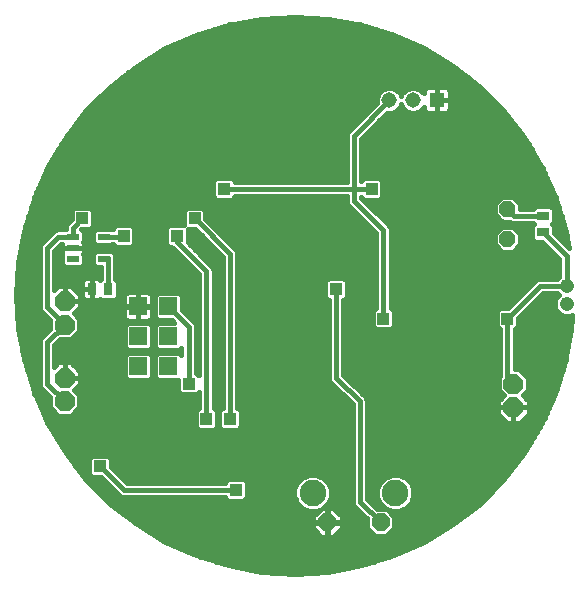
<source format=gbl>
G75*
%MOIN*%
%OFA0B0*%
%FSLAX25Y25*%
%IPPOS*%
%LPD*%
%AMOC8*
5,1,8,0,0,1.08239X$1,22.5*
%
%ADD10R,0.03937X0.02165*%
%ADD11OC8,0.06600*%
%ADD12C,0.04756*%
%ADD13R,0.03150X0.03937*%
%ADD14OC8,0.06000*%
%ADD15C,0.08850*%
%ADD16OC8,0.05200*%
%ADD17R,0.03937X0.03150*%
%ADD18R,0.05906X0.05906*%
%ADD19R,0.05150X0.05150*%
%ADD20C,0.05150*%
%ADD21C,0.01600*%
%ADD22R,0.03962X0.03962*%
%ADD23C,0.01575*%
D10*
X0059947Y0112233D03*
X0059947Y0115973D03*
X0059947Y0119713D03*
X0070183Y0119713D03*
X0070183Y0112233D03*
D11*
X0057191Y0098257D03*
X0057191Y0090383D03*
X0057191Y0072666D03*
X0057191Y0064792D03*
X0206797Y0062824D03*
X0206797Y0070698D03*
D12*
X0224514Y0097272D03*
X0224514Y0103178D03*
D13*
X0071758Y0102194D03*
X0066246Y0102194D03*
D14*
X0144748Y0024459D03*
X0162548Y0024459D03*
D15*
X0167448Y0034259D03*
X0139848Y0034259D03*
D16*
X0204829Y0118847D03*
X0204829Y0128847D03*
D17*
X0216640Y0126603D03*
X0216640Y0121091D03*
D18*
X0091719Y0096446D03*
X0091719Y0086446D03*
X0091719Y0076446D03*
X0081719Y0076446D03*
X0081719Y0086446D03*
X0081719Y0096446D03*
D19*
X0181207Y0165186D03*
D20*
X0173333Y0165186D03*
X0165459Y0165186D03*
D21*
X0066197Y0046558D02*
X0058302Y0046558D01*
X0057569Y0047494D02*
X0051770Y0057087D01*
X0047170Y0067309D01*
X0043835Y0078011D01*
X0041814Y0089036D01*
X0041137Y0100225D01*
X0041814Y0111414D01*
X0043835Y0122440D01*
X0047170Y0133141D01*
X0051770Y0143363D01*
X0057569Y0152956D01*
X0064482Y0161780D01*
X0072408Y0169706D01*
X0081232Y0176619D01*
X0090825Y0182418D01*
X0101046Y0187018D01*
X0111748Y0190353D01*
X0122774Y0192374D01*
X0133963Y0193050D01*
X0145151Y0192374D01*
X0156177Y0190353D01*
X0166879Y0187018D01*
X0177101Y0182418D01*
X0186693Y0176619D01*
X0195517Y0169706D01*
X0203443Y0161780D01*
X0210356Y0152956D01*
X0216155Y0143363D01*
X0220756Y0133141D01*
X0224091Y0122440D01*
X0225303Y0115822D01*
X0220208Y0120917D01*
X0220208Y0123329D01*
X0219690Y0123847D01*
X0220208Y0124366D01*
X0220208Y0128841D01*
X0219271Y0129778D01*
X0214009Y0129778D01*
X0213234Y0129003D01*
X0209029Y0129003D01*
X0209029Y0130587D01*
X0206568Y0133047D01*
X0203089Y0133047D01*
X0200629Y0130587D01*
X0200629Y0127108D01*
X0203089Y0124647D01*
X0205635Y0124647D01*
X0205713Y0124569D01*
X0206595Y0124203D01*
X0213234Y0124203D01*
X0213590Y0123847D01*
X0213071Y0123329D01*
X0213071Y0118854D01*
X0214009Y0117917D01*
X0216421Y0117917D01*
X0222114Y0112223D01*
X0222114Y0106404D01*
X0221288Y0105578D01*
X0215178Y0105578D01*
X0214296Y0105213D01*
X0213621Y0104537D01*
X0205016Y0095932D01*
X0202185Y0095932D01*
X0201248Y0094995D01*
X0201248Y0089707D01*
X0202185Y0088770D01*
X0202429Y0088770D01*
X0202429Y0073259D01*
X0201897Y0072727D01*
X0201897Y0068668D01*
X0203663Y0066902D01*
X0201697Y0064936D01*
X0201697Y0062824D01*
X0206797Y0062824D01*
X0206797Y0062824D01*
X0201697Y0062824D01*
X0201697Y0060711D01*
X0204685Y0057724D01*
X0206797Y0057724D01*
X0206797Y0062823D01*
X0206797Y0062823D01*
X0206797Y0057724D01*
X0208910Y0057724D01*
X0211897Y0060711D01*
X0211897Y0062824D01*
X0211897Y0064936D01*
X0209931Y0066902D01*
X0211697Y0068668D01*
X0211697Y0072727D01*
X0208827Y0075598D01*
X0207229Y0075598D01*
X0207229Y0088770D01*
X0207473Y0088770D01*
X0208410Y0089707D01*
X0208410Y0092538D01*
X0216650Y0100778D01*
X0221288Y0100778D01*
X0221841Y0100225D01*
X0221141Y0099526D01*
X0220536Y0098064D01*
X0220536Y0096481D01*
X0221141Y0095019D01*
X0222261Y0093900D01*
X0223723Y0093294D01*
X0225305Y0093294D01*
X0226396Y0093746D01*
X0226111Y0089036D01*
X0224091Y0078011D01*
X0220756Y0067309D01*
X0216155Y0057087D01*
X0210356Y0047494D01*
X0203443Y0038671D01*
X0195517Y0030745D01*
X0186693Y0023832D01*
X0177101Y0018033D01*
X0166879Y0013432D01*
X0156177Y0010097D01*
X0145152Y0008077D01*
X0133963Y0007400D01*
X0122774Y0008077D01*
X0111748Y0010097D01*
X0101046Y0013432D01*
X0090825Y0018033D01*
X0081232Y0023832D01*
X0072408Y0030745D01*
X0064482Y0038671D01*
X0057569Y0047494D01*
X0057169Y0048157D02*
X0153216Y0048157D01*
X0153216Y0049755D02*
X0056202Y0049755D01*
X0055236Y0051354D02*
X0153216Y0051354D01*
X0153216Y0052952D02*
X0054270Y0052952D01*
X0053303Y0054551D02*
X0153216Y0054551D01*
X0153216Y0056149D02*
X0115797Y0056149D01*
X0115890Y0056243D02*
X0115890Y0061530D01*
X0114953Y0062468D01*
X0114709Y0062468D01*
X0114709Y0114482D01*
X0114344Y0115364D01*
X0104079Y0125629D01*
X0104079Y0128460D01*
X0103142Y0129397D01*
X0097854Y0129397D01*
X0096917Y0128460D01*
X0096917Y0123491D01*
X0091949Y0123491D01*
X0091011Y0122554D01*
X0091011Y0117266D01*
X0091949Y0116329D01*
X0092811Y0116329D01*
X0093233Y0115907D01*
X0102035Y0107105D01*
X0102035Y0073417D01*
X0101173Y0074279D01*
X0100930Y0074279D01*
X0100930Y0090112D01*
X0100564Y0090994D01*
X0096271Y0095287D01*
X0096271Y0100061D01*
X0095334Y0100998D01*
X0088103Y0100998D01*
X0087166Y0100061D01*
X0087166Y0092830D01*
X0088103Y0091893D01*
X0092877Y0091893D01*
X0093772Y0090998D01*
X0088103Y0090998D01*
X0087166Y0090061D01*
X0087166Y0082830D01*
X0088103Y0081893D01*
X0095334Y0081893D01*
X0096130Y0082688D01*
X0096130Y0080203D01*
X0095334Y0080998D01*
X0088103Y0080998D01*
X0087166Y0080061D01*
X0087166Y0072830D01*
X0088103Y0071893D01*
X0094948Y0071893D01*
X0094948Y0068054D01*
X0095886Y0067117D01*
X0101173Y0067117D01*
X0102035Y0067978D01*
X0102035Y0062468D01*
X0101791Y0062468D01*
X0100854Y0061530D01*
X0100854Y0056243D01*
X0101791Y0055306D01*
X0107079Y0055306D01*
X0108016Y0056243D01*
X0108016Y0061530D01*
X0107079Y0062468D01*
X0106835Y0062468D01*
X0106835Y0108577D01*
X0106470Y0109459D01*
X0098174Y0117755D01*
X0098174Y0122235D01*
X0100685Y0122235D01*
X0109909Y0113011D01*
X0109909Y0062468D01*
X0109665Y0062468D01*
X0108728Y0061530D01*
X0108728Y0056243D01*
X0109665Y0055306D01*
X0114953Y0055306D01*
X0115890Y0056243D01*
X0115890Y0057748D02*
X0153216Y0057748D01*
X0153216Y0059346D02*
X0115890Y0059346D01*
X0115890Y0060945D02*
X0153216Y0060945D01*
X0153216Y0062543D02*
X0114709Y0062543D01*
X0114709Y0064142D02*
X0152872Y0064142D01*
X0153216Y0063798D02*
X0153216Y0030913D01*
X0153582Y0030031D01*
X0154257Y0029356D01*
X0157948Y0025665D01*
X0157948Y0022554D01*
X0160642Y0019859D01*
X0164453Y0019859D01*
X0167148Y0022554D01*
X0167148Y0026364D01*
X0164591Y0028921D01*
X0166249Y0028234D01*
X0168646Y0028234D01*
X0170861Y0029151D01*
X0172555Y0030846D01*
X0173473Y0033061D01*
X0173473Y0035458D01*
X0172555Y0037672D01*
X0170861Y0039367D01*
X0168646Y0040284D01*
X0166249Y0040284D01*
X0164035Y0039367D01*
X0162340Y0037672D01*
X0161423Y0035458D01*
X0161423Y0033061D01*
X0162340Y0030846D01*
X0164035Y0029151D01*
X0164258Y0029059D01*
X0161342Y0029059D01*
X0158016Y0032385D01*
X0158016Y0065270D01*
X0157651Y0066152D01*
X0150142Y0073660D01*
X0150142Y0098613D01*
X0150386Y0098613D01*
X0151323Y0099550D01*
X0151323Y0104838D01*
X0150386Y0105775D01*
X0145098Y0105775D01*
X0144161Y0104838D01*
X0144161Y0099550D01*
X0145098Y0098613D01*
X0145342Y0098613D01*
X0145342Y0072189D01*
X0145708Y0071307D01*
X0146383Y0070632D01*
X0153216Y0063798D01*
X0155616Y0064792D02*
X0147742Y0072666D01*
X0147742Y0102194D01*
X0151323Y0102506D02*
X0161090Y0102506D01*
X0161090Y0100908D02*
X0151323Y0100908D01*
X0151083Y0099309D02*
X0161090Y0099309D01*
X0161090Y0097711D02*
X0150142Y0097711D01*
X0150142Y0096112D02*
X0161090Y0096112D01*
X0161090Y0095932D02*
X0160846Y0095932D01*
X0159909Y0094995D01*
X0159909Y0089707D01*
X0160846Y0088770D01*
X0166134Y0088770D01*
X0167071Y0089707D01*
X0167071Y0094995D01*
X0166134Y0095932D01*
X0165890Y0095932D01*
X0165890Y0122356D01*
X0165525Y0123238D01*
X0156048Y0132715D01*
X0156048Y0132939D01*
X0156909Y0132077D01*
X0162197Y0132077D01*
X0163134Y0133014D01*
X0163134Y0138302D01*
X0162197Y0139239D01*
X0156909Y0139239D01*
X0156048Y0138378D01*
X0156048Y0152381D01*
X0164678Y0161011D01*
X0166289Y0161011D01*
X0167824Y0161647D01*
X0168998Y0162821D01*
X0169396Y0163781D01*
X0169794Y0162821D01*
X0170968Y0161647D01*
X0172502Y0161011D01*
X0174163Y0161011D01*
X0175698Y0161647D01*
X0176832Y0162781D01*
X0176832Y0162374D01*
X0176955Y0161916D01*
X0177192Y0161506D01*
X0177527Y0161171D01*
X0177937Y0160934D01*
X0178395Y0160811D01*
X0181207Y0160811D01*
X0184019Y0160811D01*
X0184476Y0160934D01*
X0184887Y0161171D01*
X0185222Y0161506D01*
X0185459Y0161916D01*
X0185582Y0162374D01*
X0185582Y0165186D01*
X0185582Y0167998D01*
X0185459Y0168455D01*
X0185222Y0168866D01*
X0184887Y0169201D01*
X0184476Y0169438D01*
X0184019Y0169561D01*
X0181207Y0169561D01*
X0181207Y0165186D01*
X0185582Y0165186D01*
X0181207Y0165186D01*
X0181207Y0165186D01*
X0181207Y0165186D01*
X0181207Y0169561D01*
X0178395Y0169561D01*
X0177937Y0169438D01*
X0177527Y0169201D01*
X0177192Y0168866D01*
X0176955Y0168455D01*
X0176832Y0167998D01*
X0176832Y0167591D01*
X0175698Y0168725D01*
X0174163Y0169361D01*
X0172502Y0169361D01*
X0170968Y0168725D01*
X0169794Y0167551D01*
X0169396Y0166590D01*
X0168998Y0167551D01*
X0167824Y0168725D01*
X0166289Y0169361D01*
X0164628Y0169361D01*
X0163094Y0168725D01*
X0161919Y0167551D01*
X0161284Y0166016D01*
X0161284Y0164405D01*
X0151613Y0154734D01*
X0151248Y0153852D01*
X0151248Y0138046D01*
X0113922Y0138046D01*
X0113922Y0138302D01*
X0112984Y0139239D01*
X0107697Y0139239D01*
X0106760Y0138302D01*
X0106760Y0133014D01*
X0107697Y0132077D01*
X0112984Y0132077D01*
X0113922Y0133014D01*
X0113922Y0133271D01*
X0151248Y0133271D01*
X0151248Y0131244D01*
X0151613Y0130362D01*
X0152288Y0129687D01*
X0161090Y0120885D01*
X0161090Y0095932D01*
X0159909Y0094514D02*
X0150142Y0094514D01*
X0150142Y0092915D02*
X0159909Y0092915D01*
X0159909Y0091317D02*
X0150142Y0091317D01*
X0150142Y0089718D02*
X0159909Y0089718D01*
X0163490Y0092351D02*
X0163490Y0121879D01*
X0153648Y0131721D01*
X0153648Y0153375D01*
X0165459Y0165186D01*
X0168503Y0168045D02*
X0170288Y0168045D01*
X0169616Y0163250D02*
X0169175Y0163250D01*
X0167828Y0161651D02*
X0170963Y0161651D01*
X0175702Y0161651D02*
X0177108Y0161651D01*
X0181207Y0161651D02*
X0181207Y0161651D01*
X0181207Y0160811D02*
X0181207Y0165186D01*
X0181207Y0165186D01*
X0181207Y0160811D01*
X0181207Y0163250D02*
X0181207Y0163250D01*
X0181207Y0164848D02*
X0181207Y0164848D01*
X0181207Y0166447D02*
X0181207Y0166447D01*
X0181207Y0168045D02*
X0181207Y0168045D01*
X0185569Y0168045D02*
X0197178Y0168045D01*
X0198776Y0166447D02*
X0185582Y0166447D01*
X0185582Y0164848D02*
X0200375Y0164848D01*
X0201973Y0163250D02*
X0185582Y0163250D01*
X0185306Y0161651D02*
X0203544Y0161651D01*
X0204796Y0160053D02*
X0163720Y0160053D01*
X0162121Y0158454D02*
X0206049Y0158454D01*
X0207301Y0156856D02*
X0160523Y0156856D01*
X0158924Y0155257D02*
X0208553Y0155257D01*
X0209806Y0153659D02*
X0157326Y0153659D01*
X0156048Y0152060D02*
X0210898Y0152060D01*
X0211864Y0150462D02*
X0156048Y0150462D01*
X0156048Y0148863D02*
X0212831Y0148863D01*
X0213797Y0147265D02*
X0156048Y0147265D01*
X0156048Y0145666D02*
X0214763Y0145666D01*
X0215730Y0144068D02*
X0156048Y0144068D01*
X0156048Y0142469D02*
X0216558Y0142469D01*
X0217277Y0140870D02*
X0156048Y0140870D01*
X0156048Y0139272D02*
X0217997Y0139272D01*
X0218716Y0137673D02*
X0163134Y0137673D01*
X0163134Y0136075D02*
X0219435Y0136075D01*
X0220155Y0134476D02*
X0163134Y0134476D01*
X0162998Y0132878D02*
X0202920Y0132878D01*
X0201321Y0131279D02*
X0157484Y0131279D01*
X0156109Y0132878D02*
X0156048Y0132878D01*
X0159082Y0129681D02*
X0200629Y0129681D01*
X0200629Y0128082D02*
X0160681Y0128082D01*
X0162279Y0126484D02*
X0201252Y0126484D01*
X0202851Y0124885D02*
X0163878Y0124885D01*
X0165476Y0123287D02*
X0213071Y0123287D01*
X0213071Y0121688D02*
X0207927Y0121688D01*
X0209029Y0120587D02*
X0206568Y0123047D01*
X0203089Y0123047D01*
X0200629Y0120587D01*
X0200629Y0117108D01*
X0203089Y0114647D01*
X0206568Y0114647D01*
X0209029Y0117108D01*
X0209029Y0120587D01*
X0209029Y0120090D02*
X0213071Y0120090D01*
X0213434Y0118491D02*
X0209029Y0118491D01*
X0208814Y0116893D02*
X0217444Y0116893D01*
X0219043Y0115294D02*
X0207216Y0115294D01*
X0202442Y0115294D02*
X0165890Y0115294D01*
X0165890Y0113696D02*
X0220641Y0113696D01*
X0222114Y0112097D02*
X0165890Y0112097D01*
X0165890Y0110499D02*
X0222114Y0110499D01*
X0222114Y0108900D02*
X0165890Y0108900D01*
X0165890Y0107302D02*
X0222114Y0107302D01*
X0221413Y0105703D02*
X0165890Y0105703D01*
X0165890Y0104105D02*
X0213188Y0104105D01*
X0211590Y0102506D02*
X0165890Y0102506D01*
X0165890Y0100908D02*
X0209991Y0100908D01*
X0208393Y0099309D02*
X0165890Y0099309D01*
X0165890Y0097711D02*
X0206794Y0097711D01*
X0205196Y0096112D02*
X0165890Y0096112D01*
X0167071Y0094514D02*
X0201248Y0094514D01*
X0201248Y0092915D02*
X0167071Y0092915D01*
X0167071Y0091317D02*
X0201248Y0091317D01*
X0201248Y0089718D02*
X0167071Y0089718D01*
X0161090Y0104105D02*
X0151323Y0104105D01*
X0150458Y0105703D02*
X0161090Y0105703D01*
X0161090Y0107302D02*
X0114709Y0107302D01*
X0114709Y0108900D02*
X0161090Y0108900D01*
X0161090Y0110499D02*
X0114709Y0110499D01*
X0114709Y0112097D02*
X0161090Y0112097D01*
X0161090Y0113696D02*
X0114709Y0113696D01*
X0114373Y0115294D02*
X0161090Y0115294D01*
X0161090Y0116893D02*
X0112815Y0116893D01*
X0111217Y0118491D02*
X0161090Y0118491D01*
X0161090Y0120090D02*
X0109618Y0120090D01*
X0108020Y0121688D02*
X0160286Y0121688D01*
X0158688Y0123287D02*
X0106421Y0123287D01*
X0104823Y0124885D02*
X0157089Y0124885D01*
X0155491Y0126484D02*
X0104079Y0126484D01*
X0104079Y0128082D02*
X0153892Y0128082D01*
X0152294Y0129681D02*
X0046091Y0129681D01*
X0046589Y0131279D02*
X0151248Y0131279D01*
X0151248Y0132878D02*
X0113785Y0132878D01*
X0106896Y0132878D02*
X0047087Y0132878D01*
X0047770Y0134476D02*
X0106760Y0134476D01*
X0106760Y0136075D02*
X0048490Y0136075D01*
X0049209Y0137673D02*
X0106760Y0137673D01*
X0096917Y0128082D02*
X0066678Y0128082D01*
X0066678Y0128460D02*
X0065740Y0129397D01*
X0060453Y0129397D01*
X0059515Y0128460D01*
X0059515Y0125611D01*
X0057560Y0123655D01*
X0057560Y0122396D01*
X0057316Y0122396D01*
X0057033Y0122113D01*
X0054548Y0122113D01*
X0053666Y0121748D01*
X0052991Y0121073D01*
X0049251Y0117333D01*
X0048885Y0116451D01*
X0048885Y0095811D01*
X0049251Y0094929D01*
X0049926Y0094254D01*
X0052291Y0091889D01*
X0052291Y0088877D01*
X0049251Y0085837D01*
X0048885Y0084955D01*
X0048885Y0070220D01*
X0049251Y0069338D01*
X0049926Y0068663D01*
X0052291Y0066298D01*
X0052291Y0062762D01*
X0055161Y0059892D01*
X0059221Y0059892D01*
X0062091Y0062762D01*
X0062091Y0066822D01*
X0060325Y0068588D01*
X0062291Y0070554D01*
X0062291Y0072666D01*
X0057191Y0072666D01*
X0057191Y0072666D01*
X0062291Y0072666D01*
X0062291Y0074779D01*
X0059303Y0077766D01*
X0057191Y0077766D01*
X0055079Y0077766D01*
X0053685Y0076373D01*
X0053685Y0083483D01*
X0055685Y0085483D01*
X0059221Y0085483D01*
X0062091Y0088353D01*
X0062091Y0092412D01*
X0060325Y0094178D01*
X0062291Y0096144D01*
X0062291Y0098257D01*
X0062291Y0100369D01*
X0059303Y0103357D01*
X0057191Y0103357D01*
X0055079Y0103357D01*
X0053685Y0101964D01*
X0053685Y0114979D01*
X0056020Y0117313D01*
X0056184Y0117313D01*
X0056178Y0117293D01*
X0056178Y0115973D01*
X0056178Y0114654D01*
X0056301Y0114196D01*
X0056409Y0114009D01*
X0056378Y0113978D01*
X0056378Y0110488D01*
X0057316Y0109550D01*
X0062578Y0109550D01*
X0063515Y0110488D01*
X0063515Y0113978D01*
X0063485Y0114009D01*
X0063593Y0114196D01*
X0063715Y0114654D01*
X0063715Y0115973D01*
X0059947Y0115973D01*
X0059947Y0115973D01*
X0056178Y0115973D01*
X0059947Y0115973D01*
X0059947Y0115973D01*
X0063715Y0115973D01*
X0063715Y0117293D01*
X0063593Y0117751D01*
X0063485Y0117937D01*
X0063515Y0117968D01*
X0063515Y0121459D01*
X0062816Y0122159D01*
X0062892Y0122235D01*
X0065740Y0122235D01*
X0066678Y0123172D01*
X0066678Y0128460D01*
X0066678Y0126484D02*
X0096917Y0126484D01*
X0096917Y0124885D02*
X0066678Y0124885D01*
X0066678Y0123287D02*
X0074028Y0123287D01*
X0074232Y0123491D02*
X0073295Y0122554D01*
X0073295Y0122112D01*
X0073108Y0122103D01*
X0072814Y0122396D01*
X0067552Y0122396D01*
X0066615Y0121459D01*
X0066615Y0117968D01*
X0067552Y0117031D01*
X0072814Y0117031D01*
X0073105Y0117321D01*
X0073199Y0117326D01*
X0073295Y0117326D01*
X0073295Y0117266D01*
X0074232Y0116329D01*
X0079520Y0116329D01*
X0080457Y0117266D01*
X0080457Y0122554D01*
X0079520Y0123491D01*
X0074232Y0123491D01*
X0079724Y0123287D02*
X0091744Y0123287D01*
X0091011Y0121688D02*
X0080457Y0121688D01*
X0080457Y0120090D02*
X0091011Y0120090D01*
X0091011Y0118491D02*
X0080457Y0118491D01*
X0080084Y0116893D02*
X0091385Y0116893D01*
X0093846Y0115294D02*
X0063715Y0115294D01*
X0063715Y0116893D02*
X0073669Y0116893D01*
X0072747Y0115014D02*
X0072419Y0115014D01*
X0072138Y0115183D01*
X0071464Y0115014D01*
X0070769Y0115014D01*
X0070671Y0114916D01*
X0067552Y0114916D01*
X0066615Y0113978D01*
X0066615Y0110488D01*
X0067552Y0109550D01*
X0069371Y0109550D01*
X0069371Y0105612D01*
X0069143Y0105385D01*
X0068926Y0105603D01*
X0068516Y0105840D01*
X0068058Y0105962D01*
X0066246Y0105962D01*
X0064434Y0105962D01*
X0063977Y0105840D01*
X0063566Y0105603D01*
X0063231Y0105267D01*
X0062994Y0104857D01*
X0062871Y0104399D01*
X0062871Y0102194D01*
X0066246Y0102194D01*
X0066246Y0105962D01*
X0066246Y0102194D01*
X0066246Y0102194D01*
X0066246Y0102194D01*
X0062871Y0102194D01*
X0062871Y0099988D01*
X0062994Y0099530D01*
X0063231Y0099120D01*
X0063566Y0098785D01*
X0063977Y0098548D01*
X0064434Y0098425D01*
X0066246Y0098425D01*
X0066246Y0102194D01*
X0066246Y0102194D01*
X0066246Y0098425D01*
X0068058Y0098425D01*
X0068516Y0098548D01*
X0068926Y0098785D01*
X0069143Y0099002D01*
X0069520Y0098625D01*
X0073995Y0098625D01*
X0074933Y0099562D01*
X0074933Y0104825D01*
X0074145Y0105612D01*
X0074145Y0111965D01*
X0074314Y0112246D01*
X0074145Y0112921D01*
X0074145Y0113616D01*
X0073914Y0113847D01*
X0073834Y0114165D01*
X0073238Y0114523D01*
X0072747Y0115014D01*
X0074065Y0113696D02*
X0095444Y0113696D01*
X0097043Y0112097D02*
X0074224Y0112097D01*
X0074145Y0110499D02*
X0098641Y0110499D01*
X0100240Y0108900D02*
X0074145Y0108900D01*
X0074145Y0107302D02*
X0101838Y0107302D01*
X0102035Y0105703D02*
X0074145Y0105703D01*
X0074933Y0104105D02*
X0102035Y0104105D01*
X0102035Y0102506D02*
X0074933Y0102506D01*
X0074933Y0100908D02*
X0077780Y0100908D01*
X0077661Y0100839D02*
X0077325Y0100504D01*
X0077088Y0100093D01*
X0076966Y0099635D01*
X0076966Y0096531D01*
X0081633Y0096531D01*
X0081633Y0096360D01*
X0081804Y0096360D01*
X0081804Y0091693D01*
X0084908Y0091693D01*
X0085366Y0091816D01*
X0085777Y0092053D01*
X0086112Y0092388D01*
X0086349Y0092798D01*
X0086471Y0093256D01*
X0086471Y0096360D01*
X0081804Y0096360D01*
X0081804Y0096531D01*
X0086471Y0096531D01*
X0086471Y0099635D01*
X0086349Y0100093D01*
X0086112Y0100504D01*
X0085777Y0100839D01*
X0085366Y0101076D01*
X0084908Y0101198D01*
X0081804Y0101198D01*
X0081804Y0096532D01*
X0081633Y0096532D01*
X0081633Y0101198D01*
X0078529Y0101198D01*
X0078071Y0101076D01*
X0077661Y0100839D01*
X0076966Y0099309D02*
X0074679Y0099309D01*
X0076966Y0097711D02*
X0062291Y0097711D01*
X0062291Y0098257D02*
X0057191Y0098257D01*
X0057191Y0103357D01*
X0057191Y0098257D01*
X0057191Y0098257D01*
X0062291Y0098257D01*
X0062291Y0099309D02*
X0063122Y0099309D01*
X0062871Y0100908D02*
X0061752Y0100908D01*
X0062871Y0102506D02*
X0060154Y0102506D01*
X0057191Y0102506D02*
X0057191Y0102506D01*
X0057191Y0100908D02*
X0057191Y0100908D01*
X0057191Y0099309D02*
X0057191Y0099309D01*
X0057191Y0098257D02*
X0057191Y0098257D01*
X0060660Y0094514D02*
X0076966Y0094514D01*
X0076966Y0093256D02*
X0077088Y0092798D01*
X0077325Y0092388D01*
X0077661Y0092053D01*
X0078071Y0091816D01*
X0078529Y0091693D01*
X0081633Y0091693D01*
X0081633Y0096360D01*
X0076966Y0096360D01*
X0076966Y0093256D01*
X0077057Y0092915D02*
X0061588Y0092915D01*
X0062091Y0091317D02*
X0093453Y0091317D01*
X0097045Y0094514D02*
X0102035Y0094514D01*
X0102035Y0096112D02*
X0096271Y0096112D01*
X0096271Y0097711D02*
X0102035Y0097711D01*
X0102035Y0099309D02*
X0096271Y0099309D01*
X0095425Y0100908D02*
X0102035Y0100908D01*
X0106835Y0100908D02*
X0109909Y0100908D01*
X0109909Y0102506D02*
X0106835Y0102506D01*
X0106835Y0104105D02*
X0109909Y0104105D01*
X0109909Y0105703D02*
X0106835Y0105703D01*
X0106835Y0107302D02*
X0109909Y0107302D01*
X0109909Y0108900D02*
X0106701Y0108900D01*
X0105430Y0110499D02*
X0109909Y0110499D01*
X0109909Y0112097D02*
X0103831Y0112097D01*
X0102233Y0113696D02*
X0109224Y0113696D01*
X0107625Y0115294D02*
X0100634Y0115294D01*
X0099036Y0116893D02*
X0106027Y0116893D01*
X0104428Y0118491D02*
X0098174Y0118491D01*
X0098174Y0120090D02*
X0102830Y0120090D01*
X0101231Y0121688D02*
X0098174Y0121688D01*
X0094593Y0119910D02*
X0094593Y0117942D01*
X0104435Y0108099D01*
X0104435Y0058887D01*
X0100854Y0059346D02*
X0050753Y0059346D01*
X0051473Y0057748D02*
X0100854Y0057748D01*
X0100947Y0056149D02*
X0052337Y0056149D01*
X0054109Y0060945D02*
X0050034Y0060945D01*
X0049314Y0062543D02*
X0052510Y0062543D01*
X0052291Y0064142D02*
X0048595Y0064142D01*
X0047876Y0065740D02*
X0052291Y0065740D01*
X0051250Y0067339D02*
X0047160Y0067339D01*
X0046662Y0068937D02*
X0049652Y0068937D01*
X0048885Y0070536D02*
X0046164Y0070536D01*
X0045666Y0072134D02*
X0048885Y0072134D01*
X0048885Y0073733D02*
X0045168Y0073733D01*
X0044670Y0075332D02*
X0048885Y0075332D01*
X0048885Y0076930D02*
X0044172Y0076930D01*
X0043740Y0078529D02*
X0048885Y0078529D01*
X0048885Y0080127D02*
X0043447Y0080127D01*
X0043154Y0081726D02*
X0048885Y0081726D01*
X0048885Y0083324D02*
X0042861Y0083324D01*
X0042568Y0084923D02*
X0048885Y0084923D01*
X0049935Y0086521D02*
X0042275Y0086521D01*
X0041982Y0088120D02*
X0051534Y0088120D01*
X0052291Y0089718D02*
X0041773Y0089718D01*
X0041676Y0091317D02*
X0052291Y0091317D01*
X0051264Y0092915D02*
X0041580Y0092915D01*
X0041483Y0094514D02*
X0049666Y0094514D01*
X0048885Y0096112D02*
X0041386Y0096112D01*
X0041290Y0097711D02*
X0048885Y0097711D01*
X0048885Y0099309D02*
X0041193Y0099309D01*
X0041179Y0100908D02*
X0048885Y0100908D01*
X0048885Y0102506D02*
X0041275Y0102506D01*
X0041372Y0104105D02*
X0048885Y0104105D01*
X0048885Y0105703D02*
X0041469Y0105703D01*
X0041565Y0107302D02*
X0048885Y0107302D01*
X0048885Y0108900D02*
X0041662Y0108900D01*
X0041759Y0110499D02*
X0048885Y0110499D01*
X0048885Y0112097D02*
X0041939Y0112097D01*
X0042232Y0113696D02*
X0048885Y0113696D01*
X0048885Y0115294D02*
X0042525Y0115294D01*
X0042818Y0116893D02*
X0049069Y0116893D01*
X0050409Y0118491D02*
X0043111Y0118491D01*
X0043404Y0120090D02*
X0052008Y0120090D01*
X0053607Y0121688D02*
X0043697Y0121688D01*
X0044099Y0123287D02*
X0057560Y0123287D01*
X0058790Y0124885D02*
X0044597Y0124885D01*
X0045095Y0126484D02*
X0059515Y0126484D01*
X0059515Y0128082D02*
X0045593Y0128082D01*
X0055026Y0119713D02*
X0059947Y0119713D01*
X0063515Y0120090D02*
X0066615Y0120090D01*
X0066615Y0118491D02*
X0063515Y0118491D01*
X0063286Y0121688D02*
X0066844Y0121688D01*
X0066615Y0113696D02*
X0063515Y0113696D01*
X0063515Y0112097D02*
X0066615Y0112097D01*
X0066615Y0110499D02*
X0063515Y0110499D01*
X0069371Y0108900D02*
X0053685Y0108900D01*
X0053685Y0107302D02*
X0069371Y0107302D01*
X0069371Y0105703D02*
X0068752Y0105703D01*
X0066246Y0105703D02*
X0066246Y0105703D01*
X0066246Y0104105D02*
X0066246Y0104105D01*
X0066246Y0102506D02*
X0066246Y0102506D01*
X0066246Y0100908D02*
X0066246Y0100908D01*
X0066246Y0099309D02*
X0066246Y0099309D01*
X0062259Y0096112D02*
X0076966Y0096112D01*
X0081633Y0096112D02*
X0081804Y0096112D01*
X0081804Y0094514D02*
X0081633Y0094514D01*
X0081633Y0092915D02*
X0081804Y0092915D01*
X0085334Y0090998D02*
X0078103Y0090998D01*
X0077166Y0090061D01*
X0077166Y0082830D01*
X0078103Y0081893D01*
X0085334Y0081893D01*
X0086271Y0082830D01*
X0086271Y0090061D01*
X0085334Y0090998D01*
X0086271Y0089718D02*
X0087166Y0089718D01*
X0087166Y0088120D02*
X0086271Y0088120D01*
X0086271Y0086521D02*
X0087166Y0086521D01*
X0087166Y0084923D02*
X0086271Y0084923D01*
X0086271Y0083324D02*
X0087166Y0083324D01*
X0085334Y0080998D02*
X0078103Y0080998D01*
X0077166Y0080061D01*
X0077166Y0072830D01*
X0078103Y0071893D01*
X0085334Y0071893D01*
X0086271Y0072830D01*
X0086271Y0080061D01*
X0085334Y0080998D01*
X0086205Y0080127D02*
X0087232Y0080127D01*
X0087166Y0078529D02*
X0086271Y0078529D01*
X0086271Y0076930D02*
X0087166Y0076930D01*
X0087166Y0075332D02*
X0086271Y0075332D01*
X0086271Y0073733D02*
X0087166Y0073733D01*
X0087861Y0072134D02*
X0085576Y0072134D01*
X0077861Y0072134D02*
X0062291Y0072134D01*
X0062273Y0070536D02*
X0094948Y0070536D01*
X0094948Y0068937D02*
X0060675Y0068937D01*
X0061574Y0067339D02*
X0095663Y0067339D01*
X0098530Y0070698D02*
X0098530Y0089635D01*
X0091719Y0096446D01*
X0087166Y0096112D02*
X0086471Y0096112D01*
X0086471Y0094514D02*
X0087166Y0094514D01*
X0087166Y0092915D02*
X0086380Y0092915D01*
X0086471Y0097711D02*
X0087166Y0097711D01*
X0087166Y0099309D02*
X0086471Y0099309D01*
X0085657Y0100908D02*
X0088012Y0100908D01*
X0081804Y0100908D02*
X0081633Y0100908D01*
X0081633Y0099309D02*
X0081804Y0099309D01*
X0081804Y0097711D02*
X0081633Y0097711D01*
X0077166Y0089718D02*
X0062091Y0089718D01*
X0061858Y0088120D02*
X0077166Y0088120D01*
X0077166Y0086521D02*
X0060259Y0086521D01*
X0057191Y0090383D02*
X0051285Y0096288D01*
X0051285Y0115973D01*
X0055026Y0119713D01*
X0055599Y0116893D02*
X0056178Y0116893D01*
X0056178Y0115294D02*
X0054001Y0115294D01*
X0053685Y0113696D02*
X0056378Y0113696D01*
X0056378Y0112097D02*
X0053685Y0112097D01*
X0053685Y0110499D02*
X0056378Y0110499D01*
X0053685Y0105703D02*
X0063740Y0105703D01*
X0062871Y0104105D02*
X0053685Y0104105D01*
X0053685Y0102506D02*
X0054228Y0102506D01*
X0057191Y0090383D02*
X0051285Y0084477D01*
X0051285Y0070698D01*
X0057191Y0064792D01*
X0060273Y0060945D02*
X0100854Y0060945D01*
X0102035Y0062543D02*
X0061872Y0062543D01*
X0062091Y0064142D02*
X0102035Y0064142D01*
X0102035Y0065740D02*
X0062091Y0065740D01*
X0062291Y0073733D02*
X0077166Y0073733D01*
X0077166Y0075332D02*
X0061738Y0075332D01*
X0060140Y0076930D02*
X0077166Y0076930D01*
X0077166Y0078529D02*
X0053685Y0078529D01*
X0053685Y0080127D02*
X0077232Y0080127D01*
X0077166Y0083324D02*
X0053685Y0083324D01*
X0053685Y0081726D02*
X0096130Y0081726D01*
X0100930Y0081726D02*
X0102035Y0081726D01*
X0102035Y0083324D02*
X0100930Y0083324D01*
X0100930Y0084923D02*
X0102035Y0084923D01*
X0102035Y0086521D02*
X0100930Y0086521D01*
X0100930Y0088120D02*
X0102035Y0088120D01*
X0102035Y0089718D02*
X0100930Y0089718D01*
X0100242Y0091317D02*
X0102035Y0091317D01*
X0102035Y0092915D02*
X0098643Y0092915D01*
X0106835Y0092915D02*
X0109909Y0092915D01*
X0109909Y0091317D02*
X0106835Y0091317D01*
X0106835Y0089718D02*
X0109909Y0089718D01*
X0109909Y0088120D02*
X0106835Y0088120D01*
X0106835Y0086521D02*
X0109909Y0086521D01*
X0109909Y0084923D02*
X0106835Y0084923D01*
X0106835Y0083324D02*
X0109909Y0083324D01*
X0109909Y0081726D02*
X0106835Y0081726D01*
X0106835Y0080127D02*
X0109909Y0080127D01*
X0109909Y0078529D02*
X0106835Y0078529D01*
X0106835Y0076930D02*
X0109909Y0076930D01*
X0109909Y0075332D02*
X0106835Y0075332D01*
X0106835Y0073733D02*
X0109909Y0073733D01*
X0109909Y0072134D02*
X0106835Y0072134D01*
X0106835Y0070536D02*
X0109909Y0070536D01*
X0109909Y0068937D02*
X0106835Y0068937D01*
X0106835Y0067339D02*
X0109909Y0067339D01*
X0109909Y0065740D02*
X0106835Y0065740D01*
X0106835Y0064142D02*
X0109909Y0064142D01*
X0109909Y0062543D02*
X0106835Y0062543D01*
X0108016Y0060945D02*
X0108728Y0060945D01*
X0108728Y0059346D02*
X0108016Y0059346D01*
X0108016Y0057748D02*
X0108728Y0057748D01*
X0108821Y0056149D02*
X0107923Y0056149D01*
X0112309Y0058887D02*
X0112309Y0114005D01*
X0100498Y0125816D01*
X0114709Y0105703D02*
X0145027Y0105703D01*
X0144161Y0104105D02*
X0114709Y0104105D01*
X0114709Y0102506D02*
X0144161Y0102506D01*
X0144161Y0100908D02*
X0114709Y0100908D01*
X0114709Y0099309D02*
X0144402Y0099309D01*
X0145342Y0097711D02*
X0114709Y0097711D01*
X0114709Y0096112D02*
X0145342Y0096112D01*
X0145342Y0094514D02*
X0114709Y0094514D01*
X0114709Y0092915D02*
X0145342Y0092915D01*
X0145342Y0091317D02*
X0114709Y0091317D01*
X0114709Y0089718D02*
X0145342Y0089718D01*
X0145342Y0088120D02*
X0114709Y0088120D01*
X0114709Y0086521D02*
X0145342Y0086521D01*
X0145342Y0084923D02*
X0114709Y0084923D01*
X0114709Y0083324D02*
X0145342Y0083324D01*
X0145342Y0081726D02*
X0114709Y0081726D01*
X0114709Y0080127D02*
X0145342Y0080127D01*
X0145342Y0078529D02*
X0114709Y0078529D01*
X0114709Y0076930D02*
X0145342Y0076930D01*
X0145342Y0075332D02*
X0114709Y0075332D01*
X0114709Y0073733D02*
X0145342Y0073733D01*
X0145365Y0072134D02*
X0114709Y0072134D01*
X0114709Y0070536D02*
X0146478Y0070536D01*
X0146383Y0070632D02*
X0146383Y0070632D01*
X0148077Y0068937D02*
X0114709Y0068937D01*
X0114709Y0067339D02*
X0149675Y0067339D01*
X0151274Y0065740D02*
X0114709Y0065740D01*
X0102035Y0067339D02*
X0101396Y0067339D01*
X0101719Y0073733D02*
X0102035Y0073733D01*
X0102035Y0075332D02*
X0100930Y0075332D01*
X0100930Y0076930D02*
X0102035Y0076930D01*
X0102035Y0078529D02*
X0100930Y0078529D01*
X0100930Y0080127D02*
X0102035Y0080127D01*
X0106835Y0094514D02*
X0109909Y0094514D01*
X0109909Y0096112D02*
X0106835Y0096112D01*
X0106835Y0097711D02*
X0109909Y0097711D01*
X0109909Y0099309D02*
X0106835Y0099309D01*
X0077166Y0084923D02*
X0055125Y0084923D01*
X0057191Y0077766D02*
X0057191Y0072666D01*
X0057191Y0072666D01*
X0057191Y0077766D01*
X0057191Y0076930D02*
X0057191Y0076930D01*
X0057191Y0075332D02*
X0057191Y0075332D01*
X0057191Y0073733D02*
X0057191Y0073733D01*
X0054242Y0076930D02*
X0053685Y0076930D01*
X0066358Y0046720D02*
X0065421Y0045782D01*
X0065421Y0040495D01*
X0066358Y0039557D01*
X0069207Y0039557D01*
X0075887Y0032877D01*
X0110697Y0032877D01*
X0110697Y0032621D01*
X0111634Y0031683D01*
X0116921Y0031683D01*
X0117859Y0032621D01*
X0117859Y0037908D01*
X0116921Y0038846D01*
X0111634Y0038846D01*
X0110697Y0037908D01*
X0110697Y0037652D01*
X0077865Y0037652D01*
X0072583Y0042934D01*
X0072583Y0045782D01*
X0071646Y0046720D01*
X0066358Y0046720D01*
X0065421Y0044960D02*
X0059555Y0044960D01*
X0060807Y0043361D02*
X0065421Y0043361D01*
X0065421Y0041763D02*
X0062059Y0041763D01*
X0063312Y0040164D02*
X0065751Y0040164D01*
X0064587Y0038566D02*
X0070199Y0038566D01*
X0071797Y0036967D02*
X0066185Y0036967D01*
X0067784Y0035369D02*
X0073396Y0035369D01*
X0074994Y0033770D02*
X0069382Y0033770D01*
X0070981Y0032172D02*
X0111146Y0032172D01*
X0117410Y0032172D02*
X0134191Y0032172D01*
X0133823Y0033061D02*
X0134740Y0030846D01*
X0136435Y0029151D01*
X0138649Y0028234D01*
X0141046Y0028234D01*
X0142221Y0028721D01*
X0139948Y0026447D01*
X0139948Y0024659D01*
X0144548Y0024659D01*
X0144548Y0029259D01*
X0143368Y0029259D01*
X0144955Y0030846D01*
X0145873Y0033061D01*
X0145873Y0035458D01*
X0144955Y0037672D01*
X0143261Y0039367D01*
X0141046Y0040284D01*
X0138649Y0040284D01*
X0136435Y0039367D01*
X0134740Y0037672D01*
X0133823Y0035458D01*
X0133823Y0033061D01*
X0133823Y0033770D02*
X0117859Y0033770D01*
X0117859Y0035369D02*
X0133823Y0035369D01*
X0134448Y0036967D02*
X0117859Y0036967D01*
X0117201Y0038566D02*
X0135634Y0038566D01*
X0138360Y0040164D02*
X0075353Y0040164D01*
X0076951Y0038566D02*
X0111354Y0038566D01*
X0135013Y0030573D02*
X0072627Y0030573D01*
X0074667Y0028975D02*
X0136861Y0028975D01*
X0140877Y0027376D02*
X0076708Y0027376D01*
X0078748Y0025778D02*
X0139948Y0025778D01*
X0139948Y0024259D02*
X0139948Y0022471D01*
X0142759Y0019659D01*
X0144548Y0019659D01*
X0144548Y0024259D01*
X0144948Y0024259D01*
X0144948Y0024659D01*
X0149548Y0024659D01*
X0149548Y0026447D01*
X0146736Y0029259D01*
X0144948Y0029259D01*
X0144948Y0024659D01*
X0144548Y0024659D01*
X0144548Y0024259D01*
X0139948Y0024259D01*
X0139948Y0024179D02*
X0080788Y0024179D01*
X0083301Y0022581D02*
X0139948Y0022581D01*
X0141436Y0020982D02*
X0085945Y0020982D01*
X0088590Y0019384D02*
X0179336Y0019384D01*
X0181980Y0020982D02*
X0165576Y0020982D01*
X0167148Y0022581D02*
X0184624Y0022581D01*
X0187137Y0024179D02*
X0167148Y0024179D01*
X0167148Y0025778D02*
X0189177Y0025778D01*
X0191218Y0027376D02*
X0166136Y0027376D01*
X0162548Y0024459D02*
X0155616Y0031391D01*
X0155616Y0064792D01*
X0157821Y0065740D02*
X0202502Y0065740D01*
X0203226Y0067339D02*
X0156463Y0067339D01*
X0154865Y0068937D02*
X0201897Y0068937D01*
X0201897Y0070536D02*
X0153266Y0070536D01*
X0151668Y0072134D02*
X0201897Y0072134D01*
X0202429Y0073733D02*
X0150142Y0073733D01*
X0150142Y0075332D02*
X0202429Y0075332D01*
X0202429Y0076930D02*
X0150142Y0076930D01*
X0150142Y0078529D02*
X0202429Y0078529D01*
X0202429Y0080127D02*
X0150142Y0080127D01*
X0150142Y0081726D02*
X0202429Y0081726D01*
X0202429Y0083324D02*
X0150142Y0083324D01*
X0150142Y0084923D02*
X0202429Y0084923D01*
X0202429Y0086521D02*
X0150142Y0086521D01*
X0150142Y0088120D02*
X0202429Y0088120D01*
X0207229Y0088120D02*
X0225943Y0088120D01*
X0226111Y0089036D02*
X0226111Y0089036D01*
X0226152Y0089718D02*
X0208410Y0089718D01*
X0208410Y0091317D02*
X0226249Y0091317D01*
X0226346Y0092915D02*
X0208787Y0092915D01*
X0210385Y0094514D02*
X0221647Y0094514D01*
X0220689Y0096112D02*
X0211984Y0096112D01*
X0213582Y0097711D02*
X0220536Y0097711D01*
X0221052Y0099309D02*
X0215181Y0099309D01*
X0215656Y0103178D02*
X0224514Y0103178D01*
X0224514Y0113217D01*
X0216640Y0121091D01*
X0220208Y0121688D02*
X0224228Y0121688D01*
X0224521Y0120090D02*
X0221035Y0120090D01*
X0222634Y0118491D02*
X0224814Y0118491D01*
X0225107Y0116893D02*
X0224232Y0116893D01*
X0223827Y0123287D02*
X0220208Y0123287D01*
X0220208Y0124885D02*
X0223328Y0124885D01*
X0222830Y0126484D02*
X0220208Y0126484D01*
X0220208Y0128082D02*
X0222332Y0128082D01*
X0221834Y0129681D02*
X0219368Y0129681D01*
X0221336Y0131279D02*
X0208336Y0131279D01*
X0209029Y0129681D02*
X0213912Y0129681D01*
X0216640Y0126603D02*
X0207073Y0126603D01*
X0204829Y0128847D01*
X0206738Y0132878D02*
X0220838Y0132878D01*
X0201730Y0121688D02*
X0165890Y0121688D01*
X0165890Y0120090D02*
X0200629Y0120090D01*
X0200629Y0118491D02*
X0165890Y0118491D01*
X0165890Y0116893D02*
X0200844Y0116893D01*
X0215656Y0103178D02*
X0204829Y0092351D01*
X0204829Y0072666D01*
X0206797Y0070698D01*
X0210692Y0073733D02*
X0222758Y0073733D01*
X0223256Y0075332D02*
X0209093Y0075332D01*
X0207229Y0076930D02*
X0223754Y0076930D01*
X0224185Y0078529D02*
X0207229Y0078529D01*
X0207229Y0080127D02*
X0224478Y0080127D01*
X0224771Y0081726D02*
X0207229Y0081726D01*
X0207229Y0083324D02*
X0225064Y0083324D01*
X0225357Y0084923D02*
X0207229Y0084923D01*
X0207229Y0086521D02*
X0225650Y0086521D01*
X0222259Y0072134D02*
X0211697Y0072134D01*
X0211697Y0070536D02*
X0221761Y0070536D01*
X0221263Y0068937D02*
X0211697Y0068937D01*
X0210368Y0067339D02*
X0220765Y0067339D01*
X0220050Y0065740D02*
X0211093Y0065740D01*
X0211897Y0064142D02*
X0219330Y0064142D01*
X0218611Y0062543D02*
X0211897Y0062543D01*
X0211897Y0062824D02*
X0206797Y0062824D01*
X0211897Y0062824D01*
X0211897Y0060945D02*
X0217892Y0060945D01*
X0217172Y0059346D02*
X0210533Y0059346D01*
X0208934Y0057748D02*
X0216453Y0057748D01*
X0215588Y0056149D02*
X0158016Y0056149D01*
X0158016Y0054551D02*
X0214622Y0054551D01*
X0213656Y0052952D02*
X0158016Y0052952D01*
X0158016Y0051354D02*
X0212689Y0051354D01*
X0211723Y0049755D02*
X0158016Y0049755D01*
X0158016Y0048157D02*
X0210757Y0048157D01*
X0209623Y0046558D02*
X0158016Y0046558D01*
X0158016Y0044960D02*
X0208371Y0044960D01*
X0207118Y0043361D02*
X0158016Y0043361D01*
X0158016Y0041763D02*
X0205866Y0041763D01*
X0204613Y0040164D02*
X0168935Y0040164D01*
X0171662Y0038566D02*
X0203338Y0038566D01*
X0201740Y0036967D02*
X0172847Y0036967D01*
X0173473Y0035369D02*
X0200141Y0035369D01*
X0198543Y0033770D02*
X0173473Y0033770D01*
X0173104Y0032172D02*
X0196944Y0032172D01*
X0195298Y0030573D02*
X0172282Y0030573D01*
X0170434Y0028975D02*
X0193258Y0028975D01*
X0176551Y0017785D02*
X0091374Y0017785D01*
X0094926Y0016187D02*
X0172999Y0016187D01*
X0169447Y0014588D02*
X0098478Y0014588D01*
X0102467Y0012990D02*
X0165459Y0012990D01*
X0160329Y0011391D02*
X0107596Y0011391D01*
X0113411Y0009793D02*
X0154514Y0009793D01*
X0145791Y0008194D02*
X0122134Y0008194D01*
X0144948Y0019659D02*
X0146736Y0019659D01*
X0149548Y0022471D01*
X0149548Y0024259D01*
X0144948Y0024259D01*
X0144948Y0019659D01*
X0144948Y0020982D02*
X0144548Y0020982D01*
X0144548Y0022581D02*
X0144948Y0022581D01*
X0144948Y0024179D02*
X0144548Y0024179D01*
X0144548Y0025778D02*
X0144948Y0025778D01*
X0144948Y0027376D02*
X0144548Y0027376D01*
X0144548Y0028975D02*
X0144948Y0028975D01*
X0144682Y0030573D02*
X0153357Y0030573D01*
X0154257Y0029356D02*
X0154257Y0029356D01*
X0154638Y0028975D02*
X0147020Y0028975D01*
X0148619Y0027376D02*
X0156236Y0027376D01*
X0157835Y0025778D02*
X0149548Y0025778D01*
X0149548Y0024179D02*
X0157948Y0024179D01*
X0157948Y0022581D02*
X0149548Y0022581D01*
X0148059Y0020982D02*
X0159519Y0020982D01*
X0159828Y0030573D02*
X0162613Y0030573D01*
X0161791Y0032172D02*
X0158229Y0032172D01*
X0158016Y0033770D02*
X0161423Y0033770D01*
X0161423Y0035369D02*
X0158016Y0035369D01*
X0158016Y0036967D02*
X0162048Y0036967D01*
X0163234Y0038566D02*
X0158016Y0038566D01*
X0158016Y0040164D02*
X0165960Y0040164D01*
X0153216Y0040164D02*
X0141335Y0040164D01*
X0144062Y0038566D02*
X0153216Y0038566D01*
X0153216Y0036967D02*
X0145247Y0036967D01*
X0145873Y0035369D02*
X0153216Y0035369D01*
X0153216Y0033770D02*
X0145873Y0033770D01*
X0145504Y0032172D02*
X0153216Y0032172D01*
X0153216Y0041763D02*
X0073754Y0041763D01*
X0072583Y0043361D02*
X0153216Y0043361D01*
X0153216Y0044960D02*
X0072583Y0044960D01*
X0071807Y0046558D02*
X0153216Y0046558D01*
X0158016Y0057748D02*
X0204661Y0057748D01*
X0206797Y0057748D02*
X0206797Y0057748D01*
X0206797Y0059346D02*
X0206797Y0059346D01*
X0206797Y0060945D02*
X0206797Y0060945D01*
X0206797Y0062543D02*
X0206797Y0062543D01*
X0206797Y0062824D02*
X0206797Y0062824D01*
X0203062Y0059346D02*
X0158016Y0059346D01*
X0158016Y0060945D02*
X0201697Y0060945D01*
X0201697Y0062543D02*
X0158016Y0062543D01*
X0158016Y0064142D02*
X0201697Y0064142D01*
X0151248Y0139272D02*
X0049929Y0139272D01*
X0050648Y0140870D02*
X0151248Y0140870D01*
X0151248Y0142469D02*
X0051368Y0142469D01*
X0052196Y0144068D02*
X0151248Y0144068D01*
X0151248Y0145666D02*
X0053162Y0145666D01*
X0054128Y0147265D02*
X0151248Y0147265D01*
X0151248Y0148863D02*
X0055095Y0148863D01*
X0056061Y0150462D02*
X0151248Y0150462D01*
X0151248Y0152060D02*
X0057027Y0152060D01*
X0058120Y0153659D02*
X0151248Y0153659D01*
X0152136Y0155257D02*
X0059372Y0155257D01*
X0060624Y0156856D02*
X0153734Y0156856D01*
X0155333Y0158454D02*
X0061877Y0158454D01*
X0063129Y0160053D02*
X0156931Y0160053D01*
X0158530Y0161651D02*
X0064381Y0161651D01*
X0065952Y0163250D02*
X0160128Y0163250D01*
X0161284Y0164848D02*
X0067550Y0164848D01*
X0069149Y0166447D02*
X0161462Y0166447D01*
X0162414Y0168045D02*
X0070747Y0168045D01*
X0072346Y0169644D02*
X0195579Y0169644D01*
X0193556Y0171242D02*
X0074369Y0171242D01*
X0076409Y0172841D02*
X0191516Y0172841D01*
X0189475Y0174439D02*
X0078450Y0174439D01*
X0080490Y0176038D02*
X0187435Y0176038D01*
X0185010Y0177636D02*
X0082915Y0177636D01*
X0085559Y0179235D02*
X0182366Y0179235D01*
X0179722Y0180833D02*
X0088203Y0180833D01*
X0090856Y0182432D02*
X0177070Y0182432D01*
X0173518Y0184030D02*
X0094407Y0184030D01*
X0097959Y0185629D02*
X0169966Y0185629D01*
X0166208Y0187227D02*
X0101717Y0187227D01*
X0106847Y0188826D02*
X0161078Y0188826D01*
X0155788Y0190424D02*
X0112137Y0190424D01*
X0111748Y0190353D02*
X0111748Y0190353D01*
X0120860Y0192023D02*
X0147065Y0192023D01*
X0176377Y0168045D02*
X0176845Y0168045D01*
D22*
X0159553Y0135658D03*
X0147742Y0102194D03*
X0163490Y0092351D03*
X0204829Y0092351D03*
X0114278Y0035265D03*
X0112309Y0058887D03*
X0104435Y0058887D03*
X0098530Y0070698D03*
X0069002Y0043139D03*
X0076876Y0119910D03*
X0063097Y0125816D03*
X0094593Y0119910D03*
X0100498Y0125816D03*
X0110341Y0135658D03*
D23*
X0159553Y0135658D01*
X0076876Y0119910D02*
X0073136Y0119713D01*
X0070183Y0119713D01*
X0071758Y0112627D02*
X0070183Y0112233D01*
X0071758Y0112627D02*
X0071758Y0102194D01*
X0059947Y0119713D02*
X0059947Y0122666D01*
X0063097Y0125816D01*
X0069002Y0043139D02*
X0076876Y0035265D01*
X0114278Y0035265D01*
M02*

</source>
